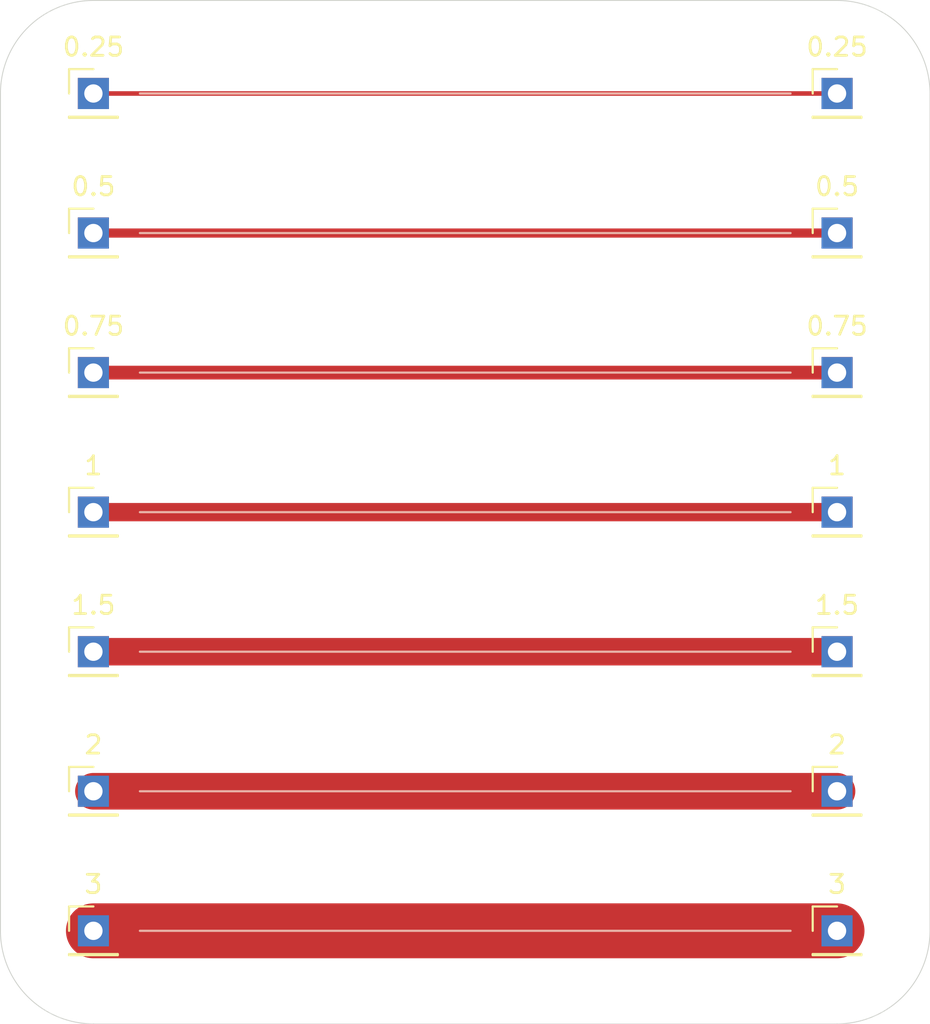
<source format=kicad_pcb>
(kicad_pcb (version 20211014) (generator pcbnew)
  (title_block (title "Strāvas vadītājs") (company "RTU") (comment 1 "Emīls Stūrītis") (comment 2 "161REB064"))
  (layers (0 "F.Cu" signal) (31 "B.Cu" signal) (34 "B.Paste" user) (35 "F.Paste" user) (36 "B.SilkS" user "B.Silkscreen") (37 "F.SilkS" user "F.Silkscreen") (38 "B.Mask" user) (39 "F.Mask" user) (44 "Edge.Cuts" user))
  (net 0 "")
  (net 1 "Net-(J1-Pad1)")
  (net 2 "Net-(J2-Pad1)")
  (net 3 "Net-(J10-Pad1)")
  (net 4 "Net-(J11-Pad1)")
  (net 5 "Net-(J12-Pad1)")
  (net 6 "Net-(J13-Pad1)")
  (net 7 "Net-(J14-Pad1)")
  (footprint "Connector_PinHeader_2.54mm:PinHeader_1x01_P2.54mm_Vertical" (layer "F.Cu") (at 121.82 87)
    (fp_text reference "J1" hide)
    (fp_text value "Conn_01x01")
    (fp_line (start -1.33 1.27) (end 1.33 1.27) (layer "F.SilkS") (width 0.12))
    (fp_line (start -1.33 0) (end -1.33 -1.33) (layer "F.SilkS") (width 0.12))
    (fp_line (start -1.33 1.27) (end -1.33 1.33) (layer "F.SilkS") (width 0.12))
    (fp_line (start -1.33 1.33) (end 1.33 1.33) (layer "F.SilkS") (width 0.12))
    (fp_line (start -1.33 -1.33) (end 0 -1.33) (layer "F.SilkS") (width 0.12))
    (fp_line (start 1.33 1.27) (end 1.33 1.33) (layer "F.SilkS") (width 0.12))
    (pad "1" thru_hole rect locked (at 0 0) (size 1.7 1.7) (drill 1) (layers *.Cu *.Mask) (net 1 "Net-(J1-Pad1)"))
  )
  (footprint "Connector_PinHeader_2.54mm:PinHeader_1x01_P2.54mm_Vertical" (layer "F.Cu") (at 81.18 41.28)
    (fp_text reference "J2" hide)
    (fp_text value "Conn_01x01")
    (fp_line (start -1.33 -1.33) (end 0 -1.33) (layer "F.SilkS") (width 0.12))
    (fp_line (start -1.33 1.27) (end -1.33 1.33) (layer "F.SilkS") (width 0.12))
    (fp_line (start -1.33 1.33) (end 1.33 1.33) (layer "F.SilkS") (width 0.12))
    (fp_line (start -1.33 0) (end -1.33 -1.33) (layer "F.SilkS") (width 0.12))
    (fp_line (start -1.33 1.27) (end 1.33 1.27) (layer "F.SilkS") (width 0.12))
    (fp_line (start 1.33 1.27) (end 1.33 1.33) (layer "F.SilkS") (width 0.12))
    (pad "1" thru_hole rect locked (at 0 0) (size 1.7 1.7) (drill 1) (layers *.Cu *.Mask) (net 2 "Net-(J2-Pad1)"))
  )
  (footprint "Connector_PinHeader_2.54mm:PinHeader_1x01_P2.54mm_Vertical" (layer "F.Cu") (at 121.82 56.52)
    (fp_text reference "J3" hide)
    (fp_text value "Conn_01x01")
    (fp_line (start -1.33 1.27) (end 1.33 1.27) (layer "F.SilkS") (width 0.12))
    (fp_line (start 1.33 1.27) (end 1.33 1.33) (layer "F.SilkS") (width 0.12))
    (fp_line (start -1.33 -1.33) (end 0 -1.33) (layer "F.SilkS") (width 0.12))
    (fp_line (start -1.33 1.33) (end 1.33 1.33) (layer "F.SilkS") (width 0.12))
    (fp_line (start -1.33 0) (end -1.33 -1.33) (layer "F.SilkS") (width 0.12))
    (fp_line (start -1.33 1.27) (end -1.33 1.33) (layer "F.SilkS") (width 0.12))
    (pad "1" thru_hole rect locked (at 0 0) (size 1.7 1.7) (drill 1) (layers *.Cu *.Mask) (net 3 "Net-(J10-Pad1)"))
  )
  (footprint "Connector_PinHeader_2.54mm:PinHeader_1x01_P2.54mm_Vertical" (layer "F.Cu") (at 81.18 71.76)
    (fp_text reference "J4" hide)
    (fp_text value "Conn_01x01")
    (fp_line (start -1.33 1.27) (end -1.33 1.33) (layer "F.SilkS") (width 0.12))
    (fp_line (start -1.33 -1.33) (end 0 -1.33) (layer "F.SilkS") (width 0.12))
    (fp_line (start 1.33 1.27) (end 1.33 1.33) (layer "F.SilkS") (width 0.12))
    (fp_line (start -1.33 1.27) (end 1.33 1.27) (layer "F.SilkS") (width 0.12))
    (fp_line (start -1.33 0) (end -1.33 -1.33) (layer "F.SilkS") (width 0.12))
    (fp_line (start -1.33 1.33) (end 1.33 1.33) (layer "F.SilkS") (width 0.12))
    (pad "1" thru_hole rect locked (at 0 0) (size 1.7 1.7) (drill 1) (layers *.Cu *.Mask) (net 4 "Net-(J11-Pad1)"))
  )
  (footprint "Connector_PinHeader_2.54mm:PinHeader_1x01_P2.54mm_Vertical" (layer "F.Cu") (at 121.82 79.38)
    (fp_text reference "J5" hide)
    (fp_text value "Conn_01x01")
    (fp_line (start -1.33 0) (end -1.33 -1.33) (layer "F.SilkS") (width 0.12))
    (fp_line (start -1.33 1.27) (end 1.33 1.27) (layer "F.SilkS") (width 0.12))
    (fp_line (start -1.33 1.27) (end -1.33 1.33) (layer "F.SilkS") (width 0.12))
    (fp_line (start -1.33 1.33) (end 1.33 1.33) (layer "F.SilkS") (width 0.12))
    (fp_line (start -1.33 -1.33) (end 0 -1.33) (layer "F.SilkS") (width 0.12))
    (fp_line (start 1.33 1.27) (end 1.33 1.33) (layer "F.SilkS") (width 0.12))
    (pad "1" thru_hole rect locked (at 0 0) (size 1.7 1.7) (drill 1) (layers *.Cu *.Mask) (net 5 "Net-(J12-Pad1)"))
  )
  (footprint "Connector_PinHeader_2.54mm:PinHeader_1x01_P2.54mm_Vertical" (layer "F.Cu") (at 121.82 48.9)
    (fp_text reference "J6" hide)
    (fp_text value "Conn_01x01")
    (fp_line (start 1.33 1.27) (end 1.33 1.33) (layer "F.SilkS") (width 0.12))
    (fp_line (start -1.33 -1.33) (end 0 -1.33) (layer "F.SilkS") (width 0.12))
    (fp_line (start -1.33 0) (end -1.33 -1.33) (layer "F.SilkS") (width 0.12))
    (fp_line (start -1.33 1.27) (end 1.33 1.27) (layer "F.SilkS") (width 0.12))
    (fp_line (start -1.33 1.27) (end -1.33 1.33) (layer "F.SilkS") (width 0.12))
    (fp_line (start -1.33 1.33) (end 1.33 1.33) (layer "F.SilkS") (width 0.12))
    (pad "1" thru_hole rect locked (at 0 0) (size 1.7 1.7) (drill 1) (layers *.Cu *.Mask) (net 6 "Net-(J13-Pad1)"))
  )
  (footprint "Connector_PinHeader_2.54mm:PinHeader_1x01_P2.54mm_Vertical" (layer "F.Cu") (at 81.18 64.14)
    (fp_text reference "J7" hide)
    (fp_text value "Conn_01x01")
    (fp_line (start 1.33 1.27) (end 1.33 1.33) (layer "F.SilkS") (width 0.12))
    (fp_line (start -1.33 0) (end -1.33 -1.33) (layer "F.SilkS") (width 0.12))
    (fp_line (start -1.33 1.33) (end 1.33 1.33) (layer "F.SilkS") (width 0.12))
    (fp_line (start -1.33 1.27) (end -1.33 1.33) (layer "F.SilkS") (width 0.12))
    (fp_line (start -1.33 1.27) (end 1.33 1.27) (layer "F.SilkS") (width 0.12))
    (fp_line (start -1.33 -1.33) (end 0 -1.33) (layer "F.SilkS") (width 0.12))
    (pad "1" thru_hole rect locked (at 0 0) (size 1.7 1.7) (drill 1) (layers *.Cu *.Mask) (net 7 "Net-(J14-Pad1)"))
  )
  (footprint "Connector_PinHeader_2.54mm:PinHeader_1x01_P2.54mm_Vertical" (layer "F.Cu") (at 81.18 87)
    (fp_text reference "J8" hide)
    (fp_text value "Conn_01x01")
    (fp_line (start -1.33 1.33) (end 1.33 1.33) (layer "F.SilkS") (width 0.12))
    (fp_line (start 1.33 1.27) (end 1.33 1.33) (layer "F.SilkS") (width 0.12))
    (fp_line (start -1.33 1.27) (end -1.33 1.33) (layer "F.SilkS") (width 0.12))
    (fp_line (start -1.33 1.27) (end 1.33 1.27) (layer "F.SilkS") (width 0.12))
    (fp_line (start -1.33 -1.33) (end 0 -1.33) (layer "F.SilkS") (width 0.12))
    (fp_line (start -1.33 0) (end -1.33 -1.33) (layer "F.SilkS") (width 0.12))
    (pad "1" thru_hole rect locked (at 0 0) (size 1.7 1.7) (drill 1) (layers *.Cu *.Mask) (net 1 "Net-(J1-Pad1)"))
  )
  (footprint "Connector_PinHeader_2.54mm:PinHeader_1x01_P2.54mm_Vertical" (layer "F.Cu") (at 121.82 41.28)
    (fp_text reference "J9" hide)
    (fp_text value "Conn_01x01")
    (fp_line (start -1.33 1.27) (end 1.33 1.27) (layer "F.SilkS") (width 0.12))
    (fp_line (start -1.33 1.27) (end -1.33 1.33) (layer "F.SilkS") (width 0.12))
    (fp_line (start -1.33 -1.33) (end 0 -1.33) (layer "F.SilkS") (width 0.12))
    (fp_line (start -1.33 1.33) (end 1.33 1.33) (layer "F.SilkS") (width 0.12))
    (fp_line (start -1.33 0) (end -1.33 -1.33) (layer "F.SilkS") (width 0.12))
    (fp_line (start 1.33 1.27) (end 1.33 1.33) (layer "F.SilkS") (width 0.12))
    (pad "1" thru_hole rect locked (at 0 0) (size 1.7 1.7) (drill 1) (layers *.Cu *.Mask) (net 2 "Net-(J2-Pad1)"))
  )
  (footprint "Connector_PinHeader_2.54mm:PinHeader_1x01_P2.54mm_Vertical" (layer "F.Cu") (at 81.18 56.52)
    (fp_text reference "J10" hide)
    (fp_text value "Conn_01x01")
    (fp_line (start -1.33 1.33) (end 1.33 1.33) (layer "F.SilkS") (width 0.12))
    (fp_line (start -1.33 1.27) (end -1.33 1.33) (layer "F.SilkS") (width 0.12))
    (fp_line (start -1.33 0) (end -1.33 -1.33) (layer "F.SilkS") (width 0.12))
    (fp_line (start -1.33 1.27) (end 1.33 1.27) (layer "F.SilkS") (width 0.12))
    (fp_line (start 1.33 1.27) (end 1.33 1.33) (layer "F.SilkS") (width 0.12))
    (fp_line (start -1.33 -1.33) (end 0 -1.33) (layer "F.SilkS") (width 0.12))
    (pad "1" thru_hole rect locked (at 0 0) (size 1.7 1.7) (drill 1) (layers *.Cu *.Mask) (net 3 "Net-(J10-Pad1)"))
  )
  (footprint "Connector_PinHeader_2.54mm:PinHeader_1x01_P2.54mm_Vertical" (layer "F.Cu") (at 121.82 71.76)
    (fp_text reference "J11" hide)
    (fp_text value "Conn_01x01")
    (fp_line (start 1.33 1.27) (end 1.33 1.33) (layer "F.SilkS") (width 0.12))
    (fp_line (start -1.33 -1.33) (end 0 -1.33) (layer "F.SilkS") (width 0.12))
    (fp_line (start -1.33 1.27) (end 1.33 1.27) (layer "F.SilkS") (width 0.12))
    (fp_line (start -1.33 1.33) (end 1.33 1.33) (layer "F.SilkS") (width 0.12))
    (fp_line (start -1.33 0) (end -1.33 -1.33) (layer "F.SilkS") (width 0.12))
    (fp_line (start -1.33 1.27) (end -1.33 1.33) (layer "F.SilkS") (width 0.12))
    (pad "1" thru_hole rect locked (at 0 0) (size 1.7 1.7) (drill 1) (layers *.Cu *.Mask) (net 4 "Net-(J11-Pad1)"))
  )
  (footprint "Connector_PinHeader_2.54mm:PinHeader_1x01_P2.54mm_Vertical" (layer "F.Cu") (at 81.18 79.38)
    (fp_text reference "J12" hide)
    (fp_text value "Conn_01x01")
    (fp_line (start -1.33 -1.33) (end 0 -1.33) (layer "F.SilkS") (width 0.12))
    (fp_line (start 1.33 1.27) (end 1.33 1.33) (layer "F.SilkS") (width 0.12))
    (fp_line (start -1.33 1.27) (end 1.33 1.27) (layer "F.SilkS") (width 0.12))
    (fp_line (start -1.33 1.27) (end -1.33 1.33) (layer "F.SilkS") (width 0.12))
    (fp_line (start -1.33 1.33) (end 1.33 1.33) (layer "F.SilkS") (width 0.12))
    (fp_line (start -1.33 0) (end -1.33 -1.33) (layer "F.SilkS") (width 0.12))
    (pad "1" thru_hole rect locked (at 0 0) (size 1.7 1.7) (drill 1) (layers *.Cu *.Mask) (net 5 "Net-(J12-Pad1)"))
  )
  (footprint "Connector_PinHeader_2.54mm:PinHeader_1x01_P2.54mm_Vertical" (layer "F.Cu") (at 81.18 48.9)
    (fp_text reference "J13" hide)
    (fp_text value "Conn_01x01")
    (fp_line (start 1.33 1.27) (end 1.33 1.33) (layer "F.SilkS") (width 0.12))
    (fp_line (start -1.33 1.27) (end -1.33 1.33) (layer "F.SilkS") (width 0.12))
    (fp_line (start -1.33 1.33) (end 1.33 1.33) (layer "F.SilkS") (width 0.12))
    (fp_line (start -1.33 0) (end -1.33 -1.33) (layer "F.SilkS") (width 0.12))
    (fp_line (start -1.33 1.27) (end 1.33 1.27) (layer "F.SilkS") (width 0.12))
    (fp_line (start -1.33 -1.33) (end 0 -1.33) (layer "F.SilkS") (width 0.12))
    (pad "1" thru_hole rect locked (at 0 0) (size 1.7 1.7) (drill 1) (layers *.Cu *.Mask) (net 6 "Net-(J13-Pad1)"))
  )
  (footprint "Connector_PinHeader_2.54mm:PinHeader_1x01_P2.54mm_Vertical" (layer "F.Cu") (at 121.82 64.14)
    (fp_text reference "J14" hide)
    (fp_text value "Conn_01x01")
    (fp_line (start -1.33 -1.33) (end 0 -1.33) (layer "F.SilkS") (width 0.12))
    (fp_line (start -1.33 1.27) (end 1.33 1.27) (layer "F.SilkS") (width 0.12))
    (fp_line (start -1.33 1.33) (end 1.33 1.33) (layer "F.SilkS") (width 0.12))
    (fp_line (start 1.33 1.27) (end 1.33 1.33) (layer "F.SilkS") (width 0.12))
    (fp_line (start -1.33 1.27) (end -1.33 1.33) (layer "F.SilkS") (width 0.12))
    (fp_line (start -1.33 0) (end -1.33 -1.33) (layer "F.SilkS") (width 0.12))
    (pad "1" thru_hole rect locked (at 0 0) (size 1.7 1.7) (drill 1) (layers *.Cu *.Mask) (net 7 "Net-(J14-Pad1)"))
  )
  (gr_line (start 83.72 64.14) (end 119.28 64.14) (layer "B.SilkS") (width 0.12))
  (gr_line (start 119.28 87) (end 83.72 87) (layer "B.SilkS") (width 0.12))
  (gr_line (start 83.72 48.9) (end 119.28 48.9) (layer "B.SilkS") (width 0.12))
  (gr_line (start 119.28 71.76) (end 83.72 71.76) (layer "B.SilkS") (width 0.12))
  (gr_line (start 119.28 56.52) (end 83.72 56.52) (layer "B.SilkS") (width 0.12))
  (gr_line (start 83.72 79.38) (end 119.28 79.38) (layer "B.SilkS") (width 0.12))
  (gr_line (start 83.72 41.28) (end 119.28 41.28) (layer "B.SilkS") (width 0.12))
  (gr_line (start 126.9 87) (end 126.9 41.28) (layer "Edge.Cuts") (width 0.05))
  (gr_arc (start 76.1 41.28) (mid 77.587898 37.687898) (end 81.18 36.2) (layer "Edge.Cuts") (width 0.05))
  (gr_line (start 81.18 92.08) (end 121.82 92.08) (layer "Edge.Cuts") (width 0.05))
  (gr_arc (start 126.9 87) (mid 125.412102 90.592102) (end 121.82 92.08) (layer "Edge.Cuts") (width 0.05))
  (gr_line (start 76.1 41.28) (end 76.1 87) (layer "Edge.Cuts") (width 0.05))
  (gr_arc (start 81.18 92.08) (mid 77.587898 90.592102) (end 76.1 87) (layer "Edge.Cuts") (width 0.05))
  (gr_arc (start 121.82 36.2) (mid 125.412102 37.687898) (end 126.9 41.28) (layer "Edge.Cuts") (width 0.05))
  (gr_line (start 121.82 36.2) (end 81.18 36.2) (layer "Edge.Cuts") (width 0.05))
  (gr_text "0.75" (at 81.18 53.98) (layer "F.SilkS") (effects (font (size 1 1))))
  (gr_text "0.75" (at 121.82 53.98) (layer "F.SilkS") (effects (font (size 1 1))))
  (gr_text "0.25\n" (at 81.18 38.74) (layer "F.SilkS") (effects (font (size 1 1))))
  (gr_text "1.5\n" (at 81.18 69.22) (layer "F.SilkS") (effects (font (size 1 1))))
  (gr_text "1\n" (at 121.82 61.6) (layer "F.SilkS") (effects (font (size 1 1))))
  (gr_text "2" (at 121.82 76.84) (layer "F.SilkS") (effects (font (size 1 1))))
  (gr_text "3\n" (at 121.82 84.46) (layer "F.SilkS") (effects (font (size 1 1))))
  (gr_text "2" (at 81.18 76.84) (layer "F.SilkS") (effects (font (size 1 1))))
  (gr_text "3\n" (at 81.18 84.46) (layer "F.SilkS") (effects (font (size 1 1))))
  (gr_text "0.5\n" (at 121.82 46.36) (layer "F.SilkS") (effects (font (size 1 1))))
  (gr_text "0.25\n" (at 121.82 38.74) (layer "F.SilkS") (effects (font (size 1 1))))
  (gr_text "0.5\n" (at 81.18 46.36) (layer "F.SilkS") (effects (font (size 1 1))))
  (gr_text "1\n" (at 81.18 61.6) (layer "F.SilkS") (effects (font (size 1 1))))
  (gr_text "1.5\n" (at 121.82 69.22) (layer "F.SilkS") (effects (font (size 1 1))))
  (segment (start 81.18 87) (end 121.82 87) (width 3) (layer "F.Cu") (net 1))
  (segment (start 81.18 41.28) (end 121.82 41.28) (width 0.25) (layer "F.Cu") (net 2))
  (segment (start 121.82 56.52) (end 81.18 56.52) (width 0.75) (layer "F.Cu") (net 3))
  (segment (start 121.82 71.76) (end 81.18 71.76) (width 1.5) (layer "F.Cu") (net 4))
  (segment (start 81.18 79.38) (end 121.82 79.38) (width 2) (layer "F.Cu") (net 5))
  (segment (start 81.18 48.9) (end 121.82 48.9) (width 0.5) (layer "F.Cu") (net 6))
  (segment (start 81.18 64.14) (end 121.82 64.14) (width 1) (layer "F.Cu") (net 7))
)
</source>
